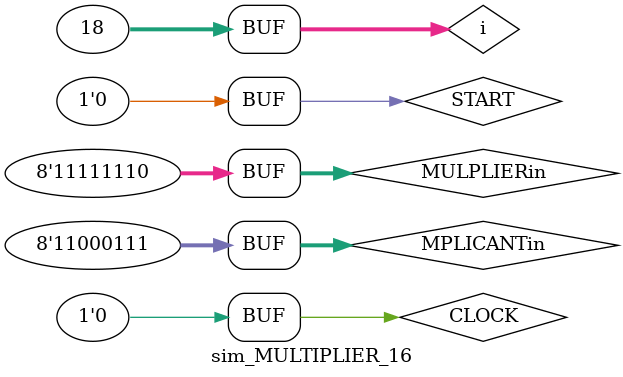
<source format=v>
`timescale 1ns / 1ps


module sim_MULTIPLIER_16();
wire [15:0] PRODUCT;
reg CLOCK;
reg START;
reg [7:0] MPLICANTin;
reg [7:0] MULPLIERin; 
MULTIPLIER_16 test(
    .PRODUCT(PRODUCT),
    .MPLICANTin(MPLICANTin),
    .MULPLIERin(MULPLIERin),
    .START(START),
    .CLOCK(CLOCK));
    
    integer i;
    initial begin
        CLOCK<=0;
        MPLICANTin<=8'd11111111;
        MULPLIERin<=8'b11111110;
        #5 START=1;
        #5 START=0;
        for(i=0;i<18;i=i+1) begin
            #5 CLOCK=1;
            #5 CLOCK=0;
        end
    end
endmodule

</source>
